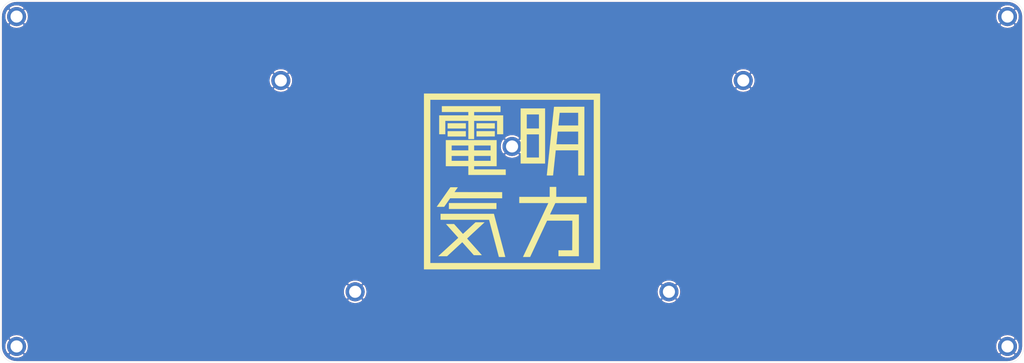
<source format=kicad_pcb>
(kicad_pcb (version 20171130) (host pcbnew 5.1.5)

  (general
    (thickness 1.6)
    (drawings 8)
    (tracks 0)
    (zones 0)
    (modules 10)
    (nets 2)
  )

  (page USLegal)
  (layers
    (0 F.Cu signal)
    (31 B.Cu signal)
    (32 B.Adhes user)
    (33 F.Adhes user hide)
    (34 B.Paste user)
    (35 F.Paste user)
    (36 B.SilkS user)
    (37 F.SilkS user)
    (38 B.Mask user hide)
    (39 F.Mask user hide)
    (40 Dwgs.User user hide)
    (41 Cmts.User user hide)
    (42 Eco1.User user)
    (43 Eco2.User user)
    (44 Edge.Cuts user)
    (45 Margin user)
    (46 B.CrtYd user)
    (47 F.CrtYd user hide)
    (48 B.Fab user hide)
    (49 F.Fab user)
  )

  (setup
    (last_trace_width 0.25)
    (trace_clearance 0.2)
    (zone_clearance 0.508)
    (zone_45_only no)
    (trace_min 0.2)
    (via_size 0.8)
    (via_drill 0.4)
    (via_min_size 0.4)
    (via_min_drill 0.3)
    (uvia_size 0.3)
    (uvia_drill 0.1)
    (uvias_allowed no)
    (uvia_min_size 0.2)
    (uvia_min_drill 0.1)
    (edge_width 0.05)
    (segment_width 0.2)
    (pcb_text_width 0.3)
    (pcb_text_size 1.5 1.5)
    (mod_edge_width 0.12)
    (mod_text_size 1 1)
    (mod_text_width 0.15)
    (pad_size 1.524 1.524)
    (pad_drill 0.762)
    (pad_to_mask_clearance 0.051)
    (solder_mask_min_width 0.25)
    (aux_axis_origin 0 0)
    (visible_elements FFFFFF7F)
    (pcbplotparams
      (layerselection 0x010fc_ffffffff)
      (usegerberextensions false)
      (usegerberattributes false)
      (usegerberadvancedattributes false)
      (creategerberjobfile false)
      (excludeedgelayer true)
      (linewidth 0.100000)
      (plotframeref false)
      (viasonmask false)
      (mode 1)
      (useauxorigin false)
      (hpglpennumber 1)
      (hpglpenspeed 20)
      (hpglpendiameter 15.000000)
      (psnegative false)
      (psa4output false)
      (plotreference true)
      (plotvalue true)
      (plotinvisibletext false)
      (padsonsilk false)
      (subtractmaskfromsilk true)
      (outputformat 1)
      (mirror false)
      (drillshape 0)
      (scaleselection 1)
      (outputdirectory "/home/krishna/doc/keyboards/61key/backplate/gerber"))
  )

  (net 0 "")
  (net 1 GND)

  (net_class Default "This is the default net class."
    (clearance 0.2)
    (trace_width 0.25)
    (via_dia 0.8)
    (via_drill 0.4)
    (uvia_dia 0.3)
    (uvia_drill 0.1)
    (add_net GND)
  )

  (module backplate:logo (layer F.Cu) (tedit 5EC18723) (tstamp 5EC1E161)
    (at 185.7375 109.5375)
    (fp_text reference G*** (at 0 0) (layer F.SilkS) hide
      (effects (font (size 1.524 1.524) (thickness 0.3)))
    )
    (fp_text value LOGO (at 0.75 0) (layer F.SilkS) hide
      (effects (font (size 1.524 1.524) (thickness 0.3)))
    )
    (fp_poly (pts (xy 25.4 25.375195) (xy -25.4 25.375195) (xy -25.4 -23.589258) (xy -23.564454 -23.589258)
      (xy -23.564454 23.539648) (xy 23.564453 23.539648) (xy 23.564453 -23.589258) (xy -23.564454 -23.589258)
      (xy -25.4 -23.589258) (xy -25.4 -25.4) (xy 25.4 -25.4) (xy 25.4 25.375195)) (layer F.SilkS) (width 0.01))
    (fp_poly (pts (xy -5.198252 9.456787) (xy -5.188708 9.492083) (xy -5.167055 9.573268) (xy -5.133842 9.698265)
      (xy -5.089618 9.864996) (xy -5.034932 10.071384) (xy -4.970335 10.31535) (xy -4.896374 10.594818)
      (xy -4.813601 10.907708) (xy -4.722563 11.251945) (xy -4.623811 11.625449) (xy -4.517893 12.026144)
      (xy -4.40536 12.451952) (xy -4.28676 12.900794) (xy -4.162643 13.370594) (xy -4.033558 13.859273)
      (xy -3.900055 14.364755) (xy -3.762683 14.884961) (xy -3.62199 15.417813) (xy -3.560594 15.650368)
      (xy -3.418952 16.186851) (xy -3.280556 16.710974) (xy -3.145943 17.220695) (xy -3.015655 17.713977)
      (xy -2.890229 18.188779) (xy -2.770206 18.643063) (xy -2.656124 19.074788) (xy -2.548522 19.481916)
      (xy -2.447939 19.862406) (xy -2.354916 20.214221) (xy -2.269991 20.535319) (xy -2.193702 20.823663)
      (xy -2.126591 21.077212) (xy -2.069195 21.293927) (xy -2.022053 21.471769) (xy -1.985706 21.608699)
      (xy -1.960692 21.702676) (xy -1.94755 21.751662) (xy -1.945641 21.758522) (xy -1.944073 21.770047)
      (xy -1.950472 21.77941) (xy -1.969419 21.786833) (xy -2.005496 21.792541) (xy -2.063285 21.796757)
      (xy -2.147366 21.799707) (xy -2.262321 21.801615) (xy -2.412732 21.802703) (xy -2.603179 21.803196)
      (xy -2.838244 21.803319) (xy -2.861599 21.80332) (xy -3.101594 21.803188) (xy -3.296685 21.802649)
      (xy -3.45158 21.801485) (xy -3.570984 21.79948) (xy -3.659603 21.796418) (xy -3.722143 21.792083)
      (xy -3.76331 21.786256) (xy -3.787811 21.778723) (xy -3.80035 21.769266) (xy -3.805012 21.759912)
      (xy -3.812498 21.732097) (xy -3.832014 21.658509) (xy -3.862977 21.541354) (xy -3.904807 21.38284)
      (xy -3.956924 21.185171) (xy -4.018746 20.950556) (xy -4.089693 20.6812) (xy -4.169183 20.379311)
      (xy -4.256636 20.047094) (xy -4.351471 19.686758) (xy -4.453107 19.300507) (xy -4.560963 18.890549)
      (xy -4.674458 18.459091) (xy -4.793012 18.008339) (xy -4.916043 17.5405) (xy -5.042971 17.05778)
      (xy -5.173215 16.562385) (xy -5.184378 16.519921) (xy -5.315225 16.022242) (xy -5.443002 15.536331)
      (xy -5.567113 15.064444) (xy -5.686966 14.608838) (xy -5.801966 14.171768) (xy -5.911519 13.755489)
      (xy -6.015031 13.362259) (xy -6.111907 12.994331) (xy -6.201553 12.653964) (xy -6.283376 12.343411)
      (xy -6.356781 12.064928) (xy -6.421175 11.820773) (xy -6.475962 11.6132) (xy -6.520549 11.444465)
      (xy -6.554341 11.316824) (xy -6.576745 11.232533) (xy -6.587167 11.193847) (xy -6.587373 11.193115)
      (xy -6.624238 11.06289) (xy -20.612696 11.06289) (xy -20.612696 9.326562) (xy -5.235175 9.326562)
      (xy -5.198252 9.456787)) (layer F.SilkS) (width 0.01))
    (fp_poly (pts (xy 12.749609 4.440039) (xy 21.505664 4.440039) (xy 21.505664 6.225843) (xy 16.990702 6.232111)
      (xy 12.475741 6.238378) (xy 11.707304 7.868981) (xy 11.581834 8.135396) (xy 11.462734 8.388615)
      (xy 11.351669 8.62508) (xy 11.250303 8.841232) (xy 11.1603 9.033512) (xy 11.083325 9.198362)
      (xy 11.02104 9.332221) (xy 10.975111 9.431532) (xy 10.947202 9.492736) (xy 10.938867 9.512292)
      (xy 10.963244 9.513666) (xy 11.034669 9.514999) (xy 11.150579 9.516282) (xy 11.308412 9.517509)
      (xy 11.505606 9.51867) (xy 11.739599 9.519759) (xy 12.007829 9.520768) (xy 12.307733 9.521688)
      (xy 12.63675 9.522512) (xy 12.992317 9.523232) (xy 13.371872 9.52384) (xy 13.772853 9.524329)
      (xy 14.192699 9.52469) (xy 14.628846 9.524916) (xy 15.078734 9.524999) (xy 15.106054 9.525)
      (xy 19.273242 9.525) (xy 19.273242 21.580078) (xy 13.394531 21.580078) (xy 13.394531 19.868554)
      (xy 17.355079 19.868554) (xy 17.371582 16.813466) (xy 17.373759 16.399837) (xy 17.375852 15.981316)
      (xy 17.377842 15.562724) (xy 17.379711 15.148881) (xy 17.38144 14.744605) (xy 17.383011 14.354717)
      (xy 17.384405 13.984036) (xy 17.385604 13.637383) (xy 17.386588 13.319577) (xy 17.38734 13.035438)
      (xy 17.387841 12.789785) (xy 17.388072 12.587439) (xy 17.388085 12.534657) (xy 17.388085 11.310937)
      (xy 10.104035 11.310937) (xy 7.660212 16.550927) (xy 5.21639 21.790917) (xy 4.180533 21.797393)
      (xy 3.918193 21.79876) (xy 3.701739 21.799217) (xy 3.527453 21.798676) (xy 3.391619 21.797045)
      (xy 3.290519 21.794235) (xy 3.220436 21.790155) (xy 3.177653 21.784716) (xy 3.158454 21.777828)
      (xy 3.156837 21.772588) (xy 3.168216 21.74803) (xy 3.199982 21.680224) (xy 3.251369 21.570796)
      (xy 3.321613 21.421371) (xy 3.409946 21.233575) (xy 3.515603 21.009034) (xy 3.63782 20.749374)
      (xy 3.775829 20.45622) (xy 3.928866 20.131199) (xy 4.096164 19.775935) (xy 4.276959 19.392055)
      (xy 4.470484 18.981184) (xy 4.675973 18.544948) (xy 4.892661 18.084973) (xy 5.119783 17.602884)
      (xy 5.356572 17.100308) (xy 5.602263 16.578869) (xy 5.85609 16.040194) (xy 6.117288 15.485909)
      (xy 6.38509 14.917638) (xy 6.658732 14.337008) (xy 6.818288 13.998467) (xy 7.094832 13.411671)
      (xy 7.365911 12.836386) (xy 7.630764 12.274232) (xy 7.888627 11.726831) (xy 8.138739 11.195804)
      (xy 8.380337 10.682772) (xy 8.612657 10.189355) (xy 8.834938 9.717176) (xy 9.046417 9.267854)
      (xy 9.246331 8.843011) (xy 9.433919 8.444268) (xy 9.608416 8.073246) (xy 9.769062 7.731566)
      (xy 9.915093 7.420849) (xy 10.045746 7.142716) (xy 10.16026 6.898788) (xy 10.257871 6.690685)
      (xy 10.337818 6.52003) (xy 10.399337 6.388443) (xy 10.441666 6.297545) (xy 10.464042 6.248957)
      (xy 10.467578 6.240801) (xy 10.443199 6.239203) (xy 10.371765 6.237652) (xy 10.255831 6.236159)
      (xy 10.097951 6.234732) (xy 9.90068 6.233379) (xy 9.666572 6.232111) (xy 9.398182 6.230937)
      (xy 9.098064 6.229864) (xy 8.768772 6.228903) (xy 8.412863 6.228062) (xy 8.032888 6.22735)
      (xy 7.631405 6.226777) (xy 7.210966 6.226351) (xy 6.774126 6.226081) (xy 6.323441 6.225977)
      (xy 6.275585 6.225976) (xy 2.083593 6.225976) (xy 2.083593 4.440039) (xy 10.864453 4.440039)
      (xy 10.864453 1.562695) (xy 12.749609 1.562695) (xy 12.749609 4.440039)) (layer F.SilkS) (width 0.01))
    (fp_poly (pts (xy -7.999989 11.85458) (xy -8.026933 11.879982) (xy -8.088113 11.937032) (xy -8.181337 12.023699)
      (xy -8.304414 12.137955) (xy -8.455153 12.277769) (xy -8.631364 12.44111) (xy -8.830854 12.625949)
      (xy -9.051433 12.830257) (xy -9.29091 13.052002) (xy -9.547094 13.289155) (xy -9.817794 13.539686)
      (xy -10.100819 13.801565) (xy -10.393976 14.072762) (xy -10.517188 14.186726) (xy -10.812481 14.46001)
      (xy -11.097564 14.72417) (xy -11.370329 14.977236) (xy -11.628669 15.217239) (xy -11.870476 15.44221)
      (xy -12.093641 15.65018) (xy -12.296057 15.839179) (xy -12.475615 16.007238) (xy -12.630207 16.152388)
      (xy -12.757727 16.27266) (xy -12.856064 16.366084) (xy -12.923113 16.430692) (xy -12.956764 16.464514)
      (xy -12.96045 16.469169) (xy -12.944233 16.490124) (xy -12.896887 16.545834) (xy -12.820368 16.634088)
      (xy -12.716632 16.752674) (xy -12.587634 16.899382) (xy -12.435332 17.072) (xy -12.26168 17.268319)
      (xy -12.068636 17.486126) (xy -11.858154 17.723211) (xy -11.632191 17.977363) (xy -11.392704 18.24637)
      (xy -11.141647 18.528023) (xy -10.880978 18.820109) (xy -10.839649 18.866388) (xy -10.577556 19.159931)
      (xy -10.324652 19.443356) (xy -10.082901 19.714454) (xy -9.854268 19.971013) (xy -9.640718 20.210823)
      (xy -9.444215 20.431674) (xy -9.266724 20.631355) (xy -9.11021 20.807656) (xy -8.976637 20.958367)
      (xy -8.867969 21.081276) (xy -8.786172 21.174175) (xy -8.73321 21.234851) (xy -8.711048 21.261095)
      (xy -8.710498 21.261935) (xy -8.732768 21.266039) (xy -8.799839 21.269608) (xy -8.906902 21.272583)
      (xy -9.049151 21.274901) (xy -9.221779 21.276504) (xy -9.419978 21.277329) (xy -9.638941 21.277317)
      (xy -9.863214 21.276467) (xy -11.024282 21.270019) (xy -12.627569 19.463358) (xy -12.855791 19.206266)
      (xy -13.075573 18.958836) (xy -13.284567 18.723705) (xy -13.480423 18.503507) (xy -13.660793 18.300878)
      (xy -13.823329 18.118453) (xy -13.965682 17.958867) (xy -14.085503 17.824756) (xy -14.180445 17.718756)
      (xy -14.248158 17.6435) (xy -14.286295 17.601625) (xy -14.292922 17.594631) (xy -14.354989 17.532564)
      (xy -18.731281 21.580078) (xy -21.293871 21.580078) (xy -21.219934 21.508681) (xy -21.193431 21.483965)
      (xy -21.132423 21.427618) (xy -21.038972 21.341533) (xy -20.915139 21.227603) (xy -20.762986 21.087722)
      (xy -20.584575 20.923784) (xy -20.381967 20.737681) (xy -20.157225 20.531307) (xy -19.91241 20.306556)
      (xy -19.649584 20.065321) (xy -19.370808 19.809496) (xy -19.078146 19.540974) (xy -18.773657 19.261648)
      (xy -18.459405 18.973413) (xy -18.380274 18.90084) (xy -18.064252 18.611003) (xy -17.757679 18.329808)
      (xy -17.462599 18.05913) (xy -17.181059 17.800847) (xy -16.915104 17.556837) (xy -16.666778 17.328976)
      (xy -16.438127 17.119142) (xy -16.231197 16.929211) (xy -16.048032 16.761062) (xy -15.890679 16.61657)
      (xy -15.761181 16.497613) (xy -15.661585 16.406069) (xy -15.593936 16.343814) (xy -15.560279 16.312725)
      (xy -15.557362 16.309992) (xy -15.500174 16.255588) (xy -17.203467 14.347569) (xy -17.439487 14.08323)
      (xy -17.667283 13.828195) (xy -17.884545 13.585047) (xy -18.088965 13.356363) (xy -18.278234 13.144725)
      (xy -18.450042 12.952713) (xy -18.602081 12.782905) (xy -18.732041 12.637884) (xy -18.837613 12.520227)
      (xy -18.916489 12.432516) (xy -18.96636 12.377331) (xy -18.983247 12.358935) (xy -19.059732 12.27832)
      (xy -16.72392 12.27832) (xy -15.4499 13.704506) (xy -15.247555 13.930751) (xy -15.054637 14.145937)
      (xy -14.873707 14.347237) (xy -14.707329 14.531825) (xy -14.558065 14.696873) (xy -14.428478 14.839555)
      (xy -14.321131 14.957043) (xy -14.238586 15.04651) (xy -14.183406 15.10513) (xy -14.158155 15.130076)
      (xy -14.156938 15.130776) (xy -14.136493 15.114265) (xy -14.082211 15.066224) (xy -13.996566 14.988926)
      (xy -13.882031 14.884645) (xy -13.741081 14.755654) (xy -13.576188 14.604227) (xy -13.389826 14.432636)
      (xy -13.184468 14.243155) (xy -12.962589 14.038058) (xy -12.726661 13.819617) (xy -12.479158 13.590107)
      (xy -12.335291 13.456542) (xy -10.532586 11.782226) (xy -7.926052 11.782226) (xy -7.999989 11.85458)) (layer F.SilkS) (width 0.01))
    (fp_poly (pts (xy -4.489649 7.9375) (xy -18.206641 7.9375) (xy -18.206641 6.225976) (xy -4.489649 6.225976)
      (xy -4.489649 7.9375)) (layer F.SilkS) (width 0.01))
    (fp_poly (pts (xy -16.477803 1.662106) (xy -16.268159 1.662656) (xy -16.079621 1.663524) (xy -15.91723 1.664668)
      (xy -15.786027 1.666049) (xy -15.691051 1.667625) (xy -15.637345 1.669358) (xy -15.626954 1.670556)
      (xy -15.640656 1.692177) (xy -15.679582 1.749673) (xy -15.74046 1.83831) (xy -15.820018 1.953354)
      (xy -15.914984 2.090071) (xy -16.022087 2.243728) (xy -16.111244 2.371289) (xy -16.595534 3.063378)
      (xy -9.724037 3.069624) (xy -2.85254 3.075869) (xy -2.85254 4.836914) (xy -10.349756 4.837764)
      (xy -17.846973 4.838615) (xy -18.705791 6.071797) (xy -19.564608 7.30498) (xy -20.648383 7.311443)
      (xy -20.916663 7.312788) (xy -21.138968 7.313279) (xy -21.318928 7.312831) (xy -21.460171 7.31136)
      (xy -21.566326 7.308781) (xy -21.641021 7.305009) (xy -21.687887 7.29996) (xy -21.710551 7.29355)
      (xy -21.713311 7.286638) (xy -21.697075 7.262921) (xy -21.654034 7.200916) (xy -21.585831 7.102979)
      (xy -21.49411 6.971461) (xy -21.380518 6.808718) (xy -21.246697 6.617102) (xy -21.094294 6.398968)
      (xy -20.924952 6.156668) (xy -20.740315 5.892557) (xy -20.542029 5.608988) (xy -20.331738 5.308315)
      (xy -20.111087 4.992891) (xy -19.88172 4.665069) (xy -19.737267 4.458642) (xy -17.78007 1.661914)
      (xy -16.703512 1.661914) (xy -16.477803 1.662106)) (layer F.SilkS) (width 0.01))
    (fp_poly (pts (xy 20.860742 -1.735702) (xy 19.973974 -1.742216) (xy 19.087207 -1.748731) (xy 19.080923 -5.376417)
      (xy 19.074639 -9.004102) (xy 15.83771 -9.004102) (xy 15.441313 -9.004001) (xy 15.058848 -9.003705)
      (xy 14.693222 -9.003227) (xy 14.347341 -9.002578) (xy 14.024112 -9.001771) (xy 13.726443 -9.000818)
      (xy 13.45724 -8.999731) (xy 13.219411 -8.998522) (xy 13.015863 -8.997203) (xy 12.849503 -8.995787)
      (xy 12.723237 -8.994285) (xy 12.639973 -8.99271) (xy 12.602619 -8.991073) (xy 12.600781 -8.990617)
      (xy 12.598184 -8.964824) (xy 12.590588 -8.892456) (xy 12.578288 -8.776266) (xy 12.561578 -8.619005)
      (xy 12.540751 -8.423426) (xy 12.516102 -8.192279) (xy 12.487923 -7.928318) (xy 12.45651 -7.634294)
      (xy 12.422155 -7.312958) (xy 12.385154 -6.967063) (xy 12.345799 -6.599361) (xy 12.304385 -6.212603)
      (xy 12.261205 -5.809541) (xy 12.216554 -5.392927) (xy 12.216308 -5.39063) (xy 12.171622 -4.973556)
      (xy 12.128408 -4.569771) (xy 12.086961 -4.182048) (xy 12.047575 -3.813161) (xy 12.010543 -3.465882)
      (xy 11.976162 -3.142983) (xy 11.944725 -2.847237) (xy 11.916526 -2.581418) (xy 11.89186 -2.348297)
      (xy 11.871023 -2.150647) (xy 11.854307 -1.991241) (xy 11.842007 -1.872853) (xy 11.834419 -1.798253)
      (xy 11.831835 -1.770229) (xy 11.824571 -1.761193) (xy 11.799902 -1.753853) (xy 11.753516 -1.748048)
      (xy 11.6811 -1.743615) (xy 11.57834 -1.740394) (xy 11.440923 -1.738223) (xy 11.264535 -1.73694)
      (xy 11.044865 -1.736385) (xy 10.926464 -1.736329) (xy 10.688588 -1.736522) (xy 10.495735 -1.737233)
      (xy 10.343318 -1.738654) (xy 10.226752 -1.740978) (xy 10.141451 -1.744399) (xy 10.082829 -1.74911)
      (xy 10.0463 -1.755304) (xy 10.027278 -1.763176) (xy 10.021177 -1.772918) (xy 10.021093 -1.774509)
      (xy 10.023674 -1.801613) (xy 10.031298 -1.87639) (xy 10.043792 -1.99718) (xy 10.060981 -2.162322)
      (xy 10.082689 -2.370156) (xy 10.108743 -2.61902) (xy 10.138966 -2.907255) (xy 10.173184 -3.233199)
      (xy 10.211223 -3.595191) (xy 10.252907 -3.991572) (xy 10.298061 -4.420681) (xy 10.346511 -4.880856)
      (xy 10.398082 -5.370437) (xy 10.4526 -5.887764) (xy 10.509888 -6.431176) (xy 10.569772 -6.999011)
      (xy 10.632078 -7.589611) (xy 10.696631 -8.201313) (xy 10.763255 -8.832457) (xy 10.831777 -9.481383)
      (xy 10.90202 -10.14643) (xy 10.969222 -10.78252) (xy 12.799218 -10.78252) (xy 12.801487 -10.776349)
      (xy 12.809977 -10.770811) (xy 12.827214 -10.76587) (xy 12.855725 -10.761493) (xy 12.898037 -10.757645)
      (xy 12.956676 -10.754294) (xy 13.034168 -10.751405) (xy 13.133039 -10.748944) (xy 13.255816 -10.746877)
      (xy 13.405025 -10.745171) (xy 13.583192 -10.743791) (xy 13.792845 -10.742704) (xy 14.036509 -10.741876)
      (xy 14.316711 -10.741273) (xy 14.635976 -10.74086) (xy 14.996832 -10.740605) (xy 15.401805 -10.740473)
      (xy 15.85342 -10.740431) (xy 15.937011 -10.74043) (xy 19.074804 -10.74043) (xy 19.074804 -14.411524)
      (xy 13.173537 -14.411524) (xy 13.160431 -14.330909) (xy 13.155685 -14.292633) (xy 13.146561 -14.210476)
      (xy 13.133555 -14.08931) (xy 13.117163 -13.934009) (xy 13.097881 -13.749448) (xy 13.076205 -13.5405)
      (xy 13.052632 -13.31204) (xy 13.027658 -13.068941) (xy 13.001779 -12.816077) (xy 12.97549 -12.558322)
      (xy 12.949289 -12.300551) (xy 12.92367 -12.047636) (xy 12.899132 -11.804452) (xy 12.876168 -11.575873)
      (xy 12.855277 -11.366773) (xy 12.836953 -11.182026) (xy 12.821693 -11.026506) (xy 12.809994 -10.905086)
      (xy 12.802351 -10.82264) (xy 12.79926 -10.784043) (xy 12.799218 -10.78252) (xy 10.969222 -10.78252)
      (xy 10.97381 -10.825937) (xy 11.046973 -11.518244) (xy 11.06289 -11.668837) (xy 11.136317 -12.363574)
      (xy 11.208409 -13.045821) (xy 11.278992 -13.71392) (xy 11.347892 -14.366212) (xy 11.414932 -15.001038)
      (xy 11.47994 -15.616742) (xy 11.542738 -16.211663) (xy 11.544511 -16.228467) (xy 13.369485 -16.228467)
      (xy 13.369726 -16.172657) (xy 19.074804 -16.172657) (xy 19.074804 -19.84375) (xy 13.742742 -19.84375)
      (xy 13.730853 -19.78794) (xy 13.726236 -19.753497) (xy 13.717221 -19.674582) (xy 13.704305 -19.556092)
      (xy 13.687985 -19.402922) (xy 13.668758 -19.219968) (xy 13.647122 -19.012127) (xy 13.623573 -18.784293)
      (xy 13.598609 -18.541363) (xy 13.572725 -18.288233) (xy 13.546421 -18.029798) (xy 13.520192 -17.770954)
      (xy 13.494535 -17.516598) (xy 13.469948 -17.271625) (xy 13.446928 -17.040931) (xy 13.425971 -16.829411)
      (xy 13.407575 -16.641963) (xy 13.392237 -16.483481) (xy 13.380454 -16.358861) (xy 13.372722 -16.273)
      (xy 13.36954 -16.230792) (xy 13.369485 -16.228467) (xy 11.544511 -16.228467) (xy 11.603154 -16.784145)
      (xy 11.661012 -17.332528) (xy 11.716137 -17.855154) (xy 11.768355 -18.350366) (xy 11.817491 -18.816505)
      (xy 11.863369 -19.251912) (xy 11.905816 -19.65493) (xy 11.944656 -20.023899) (xy 11.979715 -20.357163)
      (xy 12.010817 -20.653061) (xy 12.037789 -20.909937) (xy 12.060454 -21.126132) (xy 12.078639 -21.299987)
      (xy 12.092169 -21.429845) (xy 12.100869 -21.514047) (xy 12.104563 -21.550934) (xy 12.104687 -21.552531)
      (xy 12.11955 -21.556245) (xy 12.16501 -21.559654) (xy 12.24237 -21.562767) (xy 12.352934 -21.565593)
      (xy 12.498006 -21.56814) (xy 12.678889 -21.570415) (xy 12.896888 -21.572428) (xy 13.153307 -21.574185)
      (xy 13.449449 -21.575697) (xy 13.786619 -21.57697) (xy 14.16612 -21.578013) (xy 14.589255 -21.578834)
      (xy 15.05733 -21.579441) (xy 15.571648 -21.579843) (xy 16.133512 -21.580047) (xy 16.482714 -21.580079)
      (xy 20.860742 -21.580079) (xy 20.860742 -1.735702)) (layer F.SilkS) (width 0.01))
    (fp_poly (pts (xy -4.44004 -4.415235) (xy -10.938868 -4.415235) (xy -10.938868 -3.497594) (xy -6.381006 -3.491326)
      (xy -1.823145 -3.485059) (xy -1.810055 -1.885157) (xy -12.600782 -1.885157) (xy -12.600782 -4.415235)
      (xy -19.09961 -4.415235) (xy -19.09961 -7.391797) (xy -17.412891 -7.391797) (xy -17.412891 -5.97793)
      (xy -12.600782 -5.97793) (xy -12.600782 -7.391797) (xy -10.938868 -7.391797) (xy -10.938868 -5.97793)
      (xy -6.176368 -5.97793) (xy -6.176368 -7.391797) (xy -10.938868 -7.391797) (xy -12.600782 -7.391797)
      (xy -17.412891 -7.391797) (xy -19.09961 -7.391797) (xy -19.09961 -10.393165) (xy -17.412891 -10.393165)
      (xy -17.412891 -8.979297) (xy -12.600782 -8.979297) (xy -12.600782 -10.393165) (xy -10.938868 -10.393165)
      (xy -10.938868 -8.979297) (xy -6.176368 -8.979297) (xy -6.176368 -10.393165) (xy -10.938868 -10.393165)
      (xy -12.600782 -10.393165) (xy -17.412891 -10.393165) (xy -19.09961 -10.393165) (xy -19.09961 -11.95586)
      (xy -4.44004 -11.95586) (xy -4.44004 -4.415235)) (layer F.SilkS) (width 0.01))
    (fp_poly (pts (xy 9.525 -5.18418) (xy 2.480468 -5.18418) (xy 2.480468 -13.617774) (xy 4.241601 -13.617774)
      (xy 4.241601 -6.920508) (xy 7.763867 -6.920508) (xy 7.763867 -13.617774) (xy 4.241601 -13.617774)
      (xy 2.480468 -13.617774) (xy 2.480468 -19.372461) (xy 4.241601 -19.372461) (xy 4.241601 -15.304493)
      (xy 7.763867 -15.304493) (xy 7.763867 -19.372461) (xy 4.241601 -19.372461) (xy 2.480468 -19.372461)
      (xy 2.480468 -21.10879) (xy 9.525 -21.10879) (xy 9.525 -5.18418)) (layer F.SilkS) (width 0.01))
    (fp_poly (pts (xy -3.323829 -20.066993) (xy -10.938868 -20.066993) (xy -10.938868 -19.09961) (xy -2.554883 -19.09961)
      (xy -2.554883 -13.642579) (xy -4.316016 -13.642579) (xy -4.316016 -17.51211) (xy -10.938868 -17.51211)
      (xy -10.938868 -12.253516) (xy -12.600782 -12.253516) (xy -12.600782 -17.51211) (xy -19.248438 -17.51211)
      (xy -19.248438 -13.642579) (xy -21.009571 -13.642579) (xy -21.009571 -19.09961) (xy -12.600782 -19.09961)
      (xy -12.600782 -20.066993) (xy -20.240625 -20.066993) (xy -20.240625 -21.753711) (xy -3.323829 -21.753711)
      (xy -3.323829 -20.066993)) (layer F.SilkS) (width 0.01))
    (fp_poly (pts (xy -13.320118 -12.997657) (xy -18.578711 -12.997657) (xy -18.578711 -14.535547) (xy -13.320118 -14.535547)
      (xy -13.320118 -12.997657)) (layer F.SilkS) (width 0.01))
    (fp_poly (pts (xy -4.966781 -13.772803) (xy -4.97334 -13.010059) (xy -10.244336 -12.997431) (xy -10.244336 -14.535547)
      (xy -4.960221 -14.535547) (xy -4.966781 -13.772803)) (layer F.SilkS) (width 0.01))
    (fp_poly (pts (xy -13.320118 -15.304493) (xy -18.578711 -15.304493) (xy -18.578711 -16.817579) (xy -13.320118 -16.817579)
      (xy -13.320118 -15.304493)) (layer F.SilkS) (width 0.01))
    (fp_poly (pts (xy -4.960938 -15.304493) (xy -10.244336 -15.304493) (xy -10.244336 -16.817579) (xy -4.960938 -16.817579)
      (xy -4.960938 -15.304493)) (layer F.SilkS) (width 0.01))
  )

  (module backplate:sound_mounting_hole (layer F.Cu) (tedit 5EC05B46) (tstamp 5EC1C24C)
    (at 119.062588 80.36712)
    (descr "Mounting Hole 3.5mm")
    (tags "mounting hole 3.5mm")
    (path /5EC17967)
    (attr virtual)
    (fp_text reference J3 (at 0 -4.5) (layer F.SilkS) hide
      (effects (font (size 1 1) (thickness 0.15)))
    )
    (fp_text value Conn_01x01_Male (at 0 4.5) (layer F.Fab) hide
      (effects (font (size 1 1) (thickness 0.15)))
    )
    (fp_text user %R (at 0.3 0) (layer F.Fab) hide
      (effects (font (size 1 1) (thickness 0.15)))
    )
    (fp_circle (center 0 0) (end 3.5 0) (layer Cmts.User) (width 0.15))
    (fp_circle (center 0 0) (end 3.75 0) (layer F.CrtYd) (width 0.05))
    (pad 1 thru_hole circle (at 0 0) (size 5.5 5.5) (drill 3.5) (layers *.Cu *.Mask)
      (net 1 GND))
  )

  (module backplate:sound_mounting_hole (layer F.Cu) (tedit 5EC05B46) (tstamp 5EC1C264)
    (at 140.494104 141.387075)
    (descr "Mounting Hole 3.5mm")
    (tags "mounting hole 3.5mm")
    (path /5EC18051)
    (attr virtual)
    (fp_text reference J6 (at 0 -4.5) (layer F.SilkS) hide
      (effects (font (size 1 1) (thickness 0.15)))
    )
    (fp_text value Conn_01x01_Male (at 0 4.5) (layer F.Fab) hide
      (effects (font (size 1 1) (thickness 0.15)))
    )
    (fp_text user %R (at 0.3 0) (layer F.Fab) hide
      (effects (font (size 1 1) (thickness 0.15)))
    )
    (fp_circle (center 0 0) (end 3.5 0) (layer Cmts.User) (width 0.15))
    (fp_circle (center 0 0) (end 3.75 0) (layer F.CrtYd) (width 0.05))
    (pad 1 thru_hole circle (at 0 0) (size 5.5 5.5) (drill 3.5) (layers *.Cu *.Mask)
      (net 1 GND))
  )

  (module backplate:sound_mounting_hole (layer F.Cu) (tedit 5EC05B46) (tstamp 5EC1C244)
    (at 42.862608 157.162896)
    (descr "Mounting Hole 3.5mm")
    (tags "mounting hole 3.5mm")
    (path /5EC1820D)
    (attr virtual)
    (fp_text reference J2 (at 0 -4.5) (layer F.SilkS) hide
      (effects (font (size 1 1) (thickness 0.15)))
    )
    (fp_text value Conn_01x01_Male (at 0 4.5) (layer F.Fab) hide
      (effects (font (size 1 1) (thickness 0.15)))
    )
    (fp_text user %R (at 0.3 0) (layer F.Fab) hide
      (effects (font (size 1 1) (thickness 0.15)))
    )
    (fp_circle (center 0 0) (end 3.5 0) (layer Cmts.User) (width 0.15))
    (fp_circle (center 0 0) (end 3.75 0) (layer F.CrtYd) (width 0.05))
    (pad 1 thru_hole circle (at 0 0) (size 5.5 5.5) (drill 3.5) (layers *.Cu *.Mask)
      (net 1 GND))
  )

  (module backplate:sound_mounting_hole (layer F.Cu) (tedit 5EC05B46) (tstamp 5EC1C27C)
    (at 230.981832 141.387075)
    (descr "Mounting Hole 3.5mm")
    (tags "mounting hole 3.5mm")
    (path /5EC182D3)
    (attr virtual)
    (fp_text reference J9 (at 0 -4.5) (layer F.SilkS) hide
      (effects (font (size 1 1) (thickness 0.15)))
    )
    (fp_text value Conn_01x01_Male (at 0 4.5) (layer F.Fab) hide
      (effects (font (size 1 1) (thickness 0.15)))
    )
    (fp_text user %R (at 0.3 0) (layer F.Fab) hide
      (effects (font (size 1 1) (thickness 0.15)))
    )
    (fp_circle (center 0 0) (end 3.5 0) (layer Cmts.User) (width 0.15))
    (fp_circle (center 0 0) (end 3.75 0) (layer F.CrtYd) (width 0.05))
    (pad 1 thru_hole circle (at 0 0) (size 5.5 5.5) (drill 3.5) (layers *.Cu *.Mask)
      (net 1 GND))
  )

  (module backplate:sound_mounting_hole (layer F.Cu) (tedit 5EC05B46) (tstamp 5EC1C274)
    (at 328.613328 157.162896)
    (descr "Mounting Hole 3.5mm")
    (tags "mounting hole 3.5mm")
    (path /5EC183AD)
    (attr virtual)
    (fp_text reference J8 (at 0 -4.5) (layer F.SilkS) hide
      (effects (font (size 1 1) (thickness 0.15)))
    )
    (fp_text value Conn_01x01_Male (at 0 4.5) (layer F.Fab) hide
      (effects (font (size 1 1) (thickness 0.15)))
    )
    (fp_circle (center 0 0) (end 3.75 0) (layer F.CrtYd) (width 0.05))
    (fp_circle (center 0 0) (end 3.5 0) (layer Cmts.User) (width 0.15))
    (fp_text user %R (at 0.3 0) (layer F.Fab) hide
      (effects (font (size 1 1) (thickness 0.15)))
    )
    (pad 1 thru_hole circle (at 0 0) (size 5.5 5.5) (drill 3.5) (layers *.Cu *.Mask)
      (net 1 GND))
  )

  (module backplate:sound_mounting_hole (layer F.Cu) (tedit 5EC05B46) (tstamp 5EC1C26C)
    (at 328.6125 61.9125)
    (descr "Mounting Hole 3.5mm")
    (tags "mounting hole 3.5mm")
    (path /5EC184BF)
    (attr virtual)
    (fp_text reference J7 (at 0 -4.5) (layer F.SilkS) hide
      (effects (font (size 1 1) (thickness 0.15)))
    )
    (fp_text value Conn_01x01_Male (at 0 4.5) (layer F.Fab) hide
      (effects (font (size 1 1) (thickness 0.15)))
    )
    (fp_text user %R (at 0.3 0) (layer F.Fab) hide
      (effects (font (size 1 1) (thickness 0.15)))
    )
    (fp_circle (center 0 0) (end 3.5 0) (layer Cmts.User) (width 0.15))
    (fp_circle (center 0 0) (end 3.75 0) (layer F.CrtYd) (width 0.05))
    (pad 1 thru_hole circle (at 0 0) (size 5.5 5.5) (drill 3.5) (layers *.Cu *.Mask)
      (net 1 GND))
  )

  (module backplate:sound_mounting_hole (layer F.Cu) (tedit 5EC05B46) (tstamp 5EC1C25C)
    (at 252.413136 80.36739)
    (descr "Mounting Hole 3.5mm")
    (tags "mounting hole 3.5mm")
    (path /5EC17D01)
    (attr virtual)
    (fp_text reference J5 (at 0 -4.5) (layer F.SilkS) hide
      (effects (font (size 1 1) (thickness 0.15)))
    )
    (fp_text value Conn_01x01_Male (at 0 4.5) (layer F.Fab) hide
      (effects (font (size 1 1) (thickness 0.15)))
    )
    (fp_text user %R (at 0.3 0) (layer F.Fab) hide
      (effects (font (size 1 1) (thickness 0.15)))
    )
    (fp_circle (center 0 0) (end 3.5 0) (layer Cmts.User) (width 0.15))
    (fp_circle (center 0 0) (end 3.75 0) (layer F.CrtYd) (width 0.05))
    (pad 1 thru_hole circle (at 0 0) (size 5.5 5.5) (drill 3.5) (layers *.Cu *.Mask)
      (net 1 GND))
  )

  (module backplate:sound_mounting_hole (layer F.Cu) (tedit 5EC05B46) (tstamp 5EC1C254)
    (at 185.737968 99.417438)
    (descr "Mounting Hole 3.5mm")
    (tags "mounting hole 3.5mm")
    (path /5EC17B25)
    (attr virtual)
    (fp_text reference J4 (at 0 -4.5) (layer F.SilkS) hide
      (effects (font (size 1 1) (thickness 0.15)))
    )
    (fp_text value Conn_01x01_Male (at 0 4.5) (layer F.Fab) hide
      (effects (font (size 1 1) (thickness 0.15)))
    )
    (fp_text user %R (at 0.3 0) (layer F.Fab) hide
      (effects (font (size 1 1) (thickness 0.15)))
    )
    (fp_circle (center 0 0) (end 3.5 0) (layer Cmts.User) (width 0.15))
    (fp_circle (center 0 0) (end 3.75 0) (layer F.CrtYd) (width 0.05))
    (pad 1 thru_hole circle (at 0 0) (size 5.5 5.5) (drill 3.5) (layers *.Cu *.Mask)
      (net 1 GND))
  )

  (module backplate:sound_mounting_hole (layer F.Cu) (tedit 5EC05B46) (tstamp 5EC1C23C)
    (at 42.862608 61.912656)
    (descr "Mounting Hole 3.5mm")
    (tags "mounting hole 3.5mm")
    (path /5EB515EA)
    (attr virtual)
    (fp_text reference J1 (at 0 -4.5) (layer F.SilkS) hide
      (effects (font (size 1 1) (thickness 0.15)))
    )
    (fp_text value Conn_01x01_Male (at 0 4.5) (layer F.Fab) hide
      (effects (font (size 1 1) (thickness 0.15)))
    )
    (fp_text user %R (at 0.3 0) (layer F.Fab) hide
      (effects (font (size 1 1) (thickness 0.15)))
    )
    (fp_circle (center 0 0) (end 3.5 0) (layer Cmts.User) (width 0.15))
    (fp_circle (center 0 0) (end 3.75 0) (layer F.CrtYd) (width 0.05))
    (pad 1 thru_hole circle (at 0 0) (size 5.5 5.5) (drill 3.5) (layers *.Cu *.Mask)
      (net 1 GND))
  )

  (gr_arc (start 42.8625 61.9125) (end 42.8625 57.15) (angle -90) (layer Edge.Cuts) (width 0.05))
  (gr_arc (start 42.8625 157.1625) (end 38.1 157.1625) (angle -90) (layer Edge.Cuts) (width 0.05))
  (gr_arc (start 328.6125 157.1625) (end 328.6125 161.925) (angle -90) (layer Edge.Cuts) (width 0.05))
  (gr_arc (start 328.6125 61.9125) (end 333.375 61.9125) (angle -90) (layer Edge.Cuts) (width 0.05))
  (gr_line (start 42.8625 57.15) (end 328.6125 57.15) (layer Edge.Cuts) (width 0.05) (tstamp 5EB4A9CB))
  (gr_line (start 333.375 157.1625) (end 333.375 61.9125) (layer Edge.Cuts) (width 0.05))
  (gr_line (start 42.8625 161.925) (end 328.6125 161.925) (layer Edge.Cuts) (width 0.05))
  (gr_line (start 38.1 61.9125) (end 38.1 157.1625) (layer Edge.Cuts) (width 0.05))

  (zone (net 1) (net_name GND) (layer F.Cu) (tstamp 5EC1E18C) (hatch edge 0.508)
    (connect_pads (clearance 0.508))
    (min_thickness 0.254)
    (fill yes (arc_segments 32) (thermal_gap 0.508) (thermal_bridge_width 0.508))
    (polygon
      (pts
        (xy 333.375 161.925) (xy 38.1 161.925) (xy 38.1 57.15) (xy 333.375 57.15)
      )
    )
    (filled_polygon
      (pts
        (xy 329.359612 57.881431) (xy 330.081709 58.085082) (xy 330.754595 58.416913) (xy 331.35575 58.865816) (xy 331.865026 59.416748)
        (xy 332.265378 60.051267) (xy 332.543392 60.748115) (xy 332.692306 61.496754) (xy 332.715001 61.92981) (xy 332.715 157.132244)
        (xy 332.643569 157.909612) (xy 332.439918 158.631709) (xy 332.108086 159.304597) (xy 331.659184 159.90575) (xy 331.108252 160.415026)
        (xy 330.473733 160.815378) (xy 329.776884 161.093392) (xy 329.028246 161.242306) (xy 328.595209 161.265) (xy 42.892756 161.265)
        (xy 42.115388 161.193569) (xy 41.393291 160.989918) (xy 40.720403 160.658086) (xy 40.11925 160.209184) (xy 39.609974 159.658252)
        (xy 39.537776 159.543824) (xy 40.661285 159.543824) (xy 40.967467 159.987399) (xy 41.554914 160.30285) (xy 42.192616 160.497636)
        (xy 42.856065 160.564268) (xy 43.519766 160.500188) (xy 44.158213 160.307858) (xy 44.74687 159.994668) (xy 44.757749 159.987399)
        (xy 45.063931 159.543824) (xy 326.412005 159.543824) (xy 326.718187 159.987399) (xy 327.305634 160.30285) (xy 327.943336 160.497636)
        (xy 328.606785 160.564268) (xy 329.270486 160.500188) (xy 329.908933 160.307858) (xy 330.49759 159.994668) (xy 330.508469 159.987399)
        (xy 330.814651 159.543824) (xy 328.613328 157.342501) (xy 326.412005 159.543824) (xy 45.063931 159.543824) (xy 42.862608 157.342501)
        (xy 40.661285 159.543824) (xy 39.537776 159.543824) (xy 39.209622 159.023733) (xy 38.931608 158.326884) (xy 38.782694 157.578246)
        (xy 38.760585 157.156353) (xy 39.461236 157.156353) (xy 39.525316 157.820054) (xy 39.717646 158.458501) (xy 40.030836 159.047158)
        (xy 40.038105 159.058037) (xy 40.48168 159.364219) (xy 42.683003 157.162896) (xy 43.042213 157.162896) (xy 45.243536 159.364219)
        (xy 45.687111 159.058037) (xy 46.002562 158.47059) (xy 46.197348 157.832888) (xy 46.26398 157.169439) (xy 46.262717 157.156353)
        (xy 325.211956 157.156353) (xy 325.276036 157.820054) (xy 325.468366 158.458501) (xy 325.781556 159.047158) (xy 325.788825 159.058037)
        (xy 326.2324 159.364219) (xy 328.433723 157.162896) (xy 328.792933 157.162896) (xy 330.994256 159.364219) (xy 331.437831 159.058037)
        (xy 331.753282 158.47059) (xy 331.948068 157.832888) (xy 332.0147 157.169439) (xy 331.95062 156.505738) (xy 331.75829 155.867291)
        (xy 331.4451 155.278634) (xy 331.437831 155.267755) (xy 330.994256 154.961573) (xy 328.792933 157.162896) (xy 328.433723 157.162896)
        (xy 326.2324 154.961573) (xy 325.788825 155.267755) (xy 325.473374 155.855202) (xy 325.278588 156.492904) (xy 325.211956 157.156353)
        (xy 46.262717 157.156353) (xy 46.1999 156.505738) (xy 46.00757 155.867291) (xy 45.69438 155.278634) (xy 45.687111 155.267755)
        (xy 45.243536 154.961573) (xy 43.042213 157.162896) (xy 42.683003 157.162896) (xy 40.48168 154.961573) (xy 40.038105 155.267755)
        (xy 39.722654 155.855202) (xy 39.527868 156.492904) (xy 39.461236 157.156353) (xy 38.760585 157.156353) (xy 38.76 157.145209)
        (xy 38.76 154.781968) (xy 40.661285 154.781968) (xy 42.862608 156.983291) (xy 45.063931 154.781968) (xy 326.412005 154.781968)
        (xy 328.613328 156.983291) (xy 330.814651 154.781968) (xy 330.508469 154.338393) (xy 329.921022 154.022942) (xy 329.28332 153.828156)
        (xy 328.619871 153.761524) (xy 327.95617 153.825604) (xy 327.317723 154.017934) (xy 326.729066 154.331124) (xy 326.718187 154.338393)
        (xy 326.412005 154.781968) (xy 45.063931 154.781968) (xy 44.757749 154.338393) (xy 44.170302 154.022942) (xy 43.5326 153.828156)
        (xy 42.869151 153.761524) (xy 42.20545 153.825604) (xy 41.567003 154.017934) (xy 40.978346 154.331124) (xy 40.967467 154.338393)
        (xy 40.661285 154.781968) (xy 38.76 154.781968) (xy 38.76 143.768003) (xy 138.292781 143.768003) (xy 138.598963 144.211578)
        (xy 139.18641 144.527029) (xy 139.824112 144.721815) (xy 140.487561 144.788447) (xy 141.151262 144.724367) (xy 141.789709 144.532037)
        (xy 142.378366 144.218847) (xy 142.389245 144.211578) (xy 142.695427 143.768003) (xy 228.780509 143.768003) (xy 229.086691 144.211578)
        (xy 229.674138 144.527029) (xy 230.31184 144.721815) (xy 230.975289 144.788447) (xy 231.63899 144.724367) (xy 232.277437 144.532037)
        (xy 232.866094 144.218847) (xy 232.876973 144.211578) (xy 233.183155 143.768003) (xy 230.981832 141.56668) (xy 228.780509 143.768003)
        (xy 142.695427 143.768003) (xy 140.494104 141.56668) (xy 138.292781 143.768003) (xy 38.76 143.768003) (xy 38.76 141.380532)
        (xy 137.092732 141.380532) (xy 137.156812 142.044233) (xy 137.349142 142.68268) (xy 137.662332 143.271337) (xy 137.669601 143.282216)
        (xy 138.113176 143.588398) (xy 140.314499 141.387075) (xy 140.673709 141.387075) (xy 142.875032 143.588398) (xy 143.318607 143.282216)
        (xy 143.634058 142.694769) (xy 143.828844 142.057067) (xy 143.895476 141.393618) (xy 143.894213 141.380532) (xy 227.58046 141.380532)
        (xy 227.64454 142.044233) (xy 227.83687 142.68268) (xy 228.15006 143.271337) (xy 228.157329 143.282216) (xy 228.600904 143.588398)
        (xy 230.802227 141.387075) (xy 231.161437 141.387075) (xy 233.36276 143.588398) (xy 233.806335 143.282216) (xy 234.121786 142.694769)
        (xy 234.316572 142.057067) (xy 234.383204 141.393618) (xy 234.319124 140.729917) (xy 234.126794 140.09147) (xy 233.813604 139.502813)
        (xy 233.806335 139.491934) (xy 233.36276 139.185752) (xy 231.161437 141.387075) (xy 230.802227 141.387075) (xy 228.600904 139.185752)
        (xy 228.157329 139.491934) (xy 227.841878 140.079381) (xy 227.647092 140.717083) (xy 227.58046 141.380532) (xy 143.894213 141.380532)
        (xy 143.831396 140.729917) (xy 143.639066 140.09147) (xy 143.325876 139.502813) (xy 143.318607 139.491934) (xy 142.875032 139.185752)
        (xy 140.673709 141.387075) (xy 140.314499 141.387075) (xy 138.113176 139.185752) (xy 137.669601 139.491934) (xy 137.35415 140.079381)
        (xy 137.159364 140.717083) (xy 137.092732 141.380532) (xy 38.76 141.380532) (xy 38.76 139.006147) (xy 138.292781 139.006147)
        (xy 140.494104 141.20747) (xy 142.695427 139.006147) (xy 228.780509 139.006147) (xy 230.981832 141.20747) (xy 233.183155 139.006147)
        (xy 232.876973 138.562572) (xy 232.289526 138.247121) (xy 231.651824 138.052335) (xy 230.988375 137.985703) (xy 230.324674 138.049783)
        (xy 229.686227 138.242113) (xy 229.09757 138.555303) (xy 229.086691 138.562572) (xy 228.780509 139.006147) (xy 142.695427 139.006147)
        (xy 142.389245 138.562572) (xy 141.801798 138.247121) (xy 141.164096 138.052335) (xy 140.500647 137.985703) (xy 139.836946 138.049783)
        (xy 139.198499 138.242113) (xy 138.609842 138.555303) (xy 138.598963 138.562572) (xy 138.292781 139.006147) (xy 38.76 139.006147)
        (xy 38.76 101.798366) (xy 183.536645 101.798366) (xy 183.842827 102.241941) (xy 184.430274 102.557392) (xy 185.067976 102.752178)
        (xy 185.731425 102.81881) (xy 186.395126 102.75473) (xy 187.033573 102.5624) (xy 187.62223 102.24921) (xy 187.633109 102.241941)
        (xy 187.939291 101.798366) (xy 185.737968 99.597043) (xy 183.536645 101.798366) (xy 38.76 101.798366) (xy 38.76 99.410895)
        (xy 182.336596 99.410895) (xy 182.400676 100.074596) (xy 182.593006 100.713043) (xy 182.906196 101.3017) (xy 182.913465 101.312579)
        (xy 183.35704 101.618761) (xy 185.558363 99.417438) (xy 185.917573 99.417438) (xy 188.118896 101.618761) (xy 188.562471 101.312579)
        (xy 188.877922 100.725132) (xy 189.072708 100.08743) (xy 189.13934 99.423981) (xy 189.07526 98.76028) (xy 188.88293 98.121833)
        (xy 188.56974 97.533176) (xy 188.562471 97.522297) (xy 188.118896 97.216115) (xy 185.917573 99.417438) (xy 185.558363 99.417438)
        (xy 183.35704 97.216115) (xy 182.913465 97.522297) (xy 182.598014 98.109744) (xy 182.403228 98.747446) (xy 182.336596 99.410895)
        (xy 38.76 99.410895) (xy 38.76 97.03651) (xy 183.536645 97.03651) (xy 185.737968 99.237833) (xy 187.939291 97.03651)
        (xy 187.633109 96.592935) (xy 187.045662 96.277484) (xy 186.40796 96.082698) (xy 185.744511 96.016066) (xy 185.08081 96.080146)
        (xy 184.442363 96.272476) (xy 183.853706 96.585666) (xy 183.842827 96.592935) (xy 183.536645 97.03651) (xy 38.76 97.03651)
        (xy 38.76 82.748048) (xy 116.861265 82.748048) (xy 117.167447 83.191623) (xy 117.754894 83.507074) (xy 118.392596 83.70186)
        (xy 119.056045 83.768492) (xy 119.719746 83.704412) (xy 120.358193 83.512082) (xy 120.94685 83.198892) (xy 120.957729 83.191623)
        (xy 121.263724 82.748318) (xy 250.211813 82.748318) (xy 250.517995 83.191893) (xy 251.105442 83.507344) (xy 251.743144 83.70213)
        (xy 252.406593 83.768762) (xy 253.070294 83.704682) (xy 253.708741 83.512352) (xy 254.297398 83.199162) (xy 254.308277 83.191893)
        (xy 254.614459 82.748318) (xy 252.413136 80.546995) (xy 250.211813 82.748318) (xy 121.263724 82.748318) (xy 121.263911 82.748048)
        (xy 119.062588 80.546725) (xy 116.861265 82.748048) (xy 38.76 82.748048) (xy 38.76 80.360577) (xy 115.661216 80.360577)
        (xy 115.725296 81.024278) (xy 115.917626 81.662725) (xy 116.230816 82.251382) (xy 116.238085 82.262261) (xy 116.68166 82.568443)
        (xy 118.882983 80.36712) (xy 119.242193 80.36712) (xy 121.443516 82.568443) (xy 121.887091 82.262261) (xy 122.202542 81.674814)
        (xy 122.397328 81.037112) (xy 122.46396 80.373663) (xy 122.462723 80.360847) (xy 249.011764 80.360847) (xy 249.075844 81.024548)
        (xy 249.268174 81.662995) (xy 249.581364 82.251652) (xy 249.588633 82.262531) (xy 250.032208 82.568713) (xy 252.233531 80.36739)
        (xy 252.592741 80.36739) (xy 254.794064 82.568713) (xy 255.237639 82.262531) (xy 255.55309 81.675084) (xy 255.747876 81.037382)
        (xy 255.814508 80.373933) (xy 255.750428 79.710232) (xy 255.558098 79.071785) (xy 255.244908 78.483128) (xy 255.237639 78.472249)
        (xy 254.794064 78.166067) (xy 252.592741 80.36739) (xy 252.233531 80.36739) (xy 250.032208 78.166067) (xy 249.588633 78.472249)
        (xy 249.273182 79.059696) (xy 249.078396 79.697398) (xy 249.011764 80.360847) (xy 122.462723 80.360847) (xy 122.39988 79.709962)
        (xy 122.20755 79.071515) (xy 121.89436 78.482858) (xy 121.887091 78.471979) (xy 121.443516 78.165797) (xy 119.242193 80.36712)
        (xy 118.882983 80.36712) (xy 116.68166 78.165797) (xy 116.238085 78.471979) (xy 115.922634 79.059426) (xy 115.727848 79.697128)
        (xy 115.661216 80.360577) (xy 38.76 80.360577) (xy 38.76 77.986192) (xy 116.861265 77.986192) (xy 119.062588 80.187515)
        (xy 121.263641 77.986462) (xy 250.211813 77.986462) (xy 252.413136 80.187785) (xy 254.614459 77.986462) (xy 254.308277 77.542887)
        (xy 253.72083 77.227436) (xy 253.083128 77.03265) (xy 252.419679 76.966018) (xy 251.755978 77.030098) (xy 251.117531 77.222428)
        (xy 250.528874 77.535618) (xy 250.517995 77.542887) (xy 250.211813 77.986462) (xy 121.263641 77.986462) (xy 121.263911 77.986192)
        (xy 120.957729 77.542617) (xy 120.370282 77.227166) (xy 119.73258 77.03238) (xy 119.069131 76.965748) (xy 118.40543 77.029828)
        (xy 117.766983 77.222158) (xy 117.178326 77.535348) (xy 117.167447 77.542617) (xy 116.861265 77.986192) (xy 38.76 77.986192)
        (xy 38.76 64.293584) (xy 40.661285 64.293584) (xy 40.967467 64.737159) (xy 41.554914 65.05261) (xy 42.192616 65.247396)
        (xy 42.856065 65.314028) (xy 43.519766 65.249948) (xy 44.158213 65.057618) (xy 44.74687 64.744428) (xy 44.757749 64.737159)
        (xy 45.063931 64.293584) (xy 45.063775 64.293428) (xy 326.411177 64.293428) (xy 326.717359 64.737003) (xy 327.304806 65.052454)
        (xy 327.942508 65.24724) (xy 328.605957 65.313872) (xy 329.269658 65.249792) (xy 329.908105 65.057462) (xy 330.496762 64.744272)
        (xy 330.507641 64.737003) (xy 330.813823 64.293428) (xy 328.6125 62.092105) (xy 326.411177 64.293428) (xy 45.063775 64.293428)
        (xy 42.862608 62.092261) (xy 40.661285 64.293584) (xy 38.76 64.293584) (xy 38.76 61.942756) (xy 38.763367 61.906113)
        (xy 39.461236 61.906113) (xy 39.525316 62.569814) (xy 39.717646 63.208261) (xy 40.030836 63.796918) (xy 40.038105 63.807797)
        (xy 40.48168 64.113979) (xy 42.683003 61.912656) (xy 43.042213 61.912656) (xy 45.243536 64.113979) (xy 45.687111 63.807797)
        (xy 46.002562 63.22035) (xy 46.197348 62.582648) (xy 46.26398 61.919199) (xy 46.262702 61.905957) (xy 325.211128 61.905957)
        (xy 325.275208 62.569658) (xy 325.467538 63.208105) (xy 325.780728 63.796762) (xy 325.787997 63.807641) (xy 326.231572 64.113823)
        (xy 328.432895 61.9125) (xy 328.792105 61.9125) (xy 330.993428 64.113823) (xy 331.437003 63.807641) (xy 331.752454 63.220194)
        (xy 331.94724 62.582492) (xy 332.013872 61.919043) (xy 331.949792 61.255342) (xy 331.757462 60.616895) (xy 331.444272 60.028238)
        (xy 331.437003 60.017359) (xy 330.993428 59.711177) (xy 328.792105 61.9125) (xy 328.432895 61.9125) (xy 326.231572 59.711177)
        (xy 325.787997 60.017359) (xy 325.472546 60.604806) (xy 325.27776 61.242508) (xy 325.211128 61.905957) (xy 46.262702 61.905957)
        (xy 46.1999 61.255498) (xy 46.00757 60.617051) (xy 45.69438 60.028394) (xy 45.687111 60.017515) (xy 45.243536 59.711333)
        (xy 43.042213 61.912656) (xy 42.683003 61.912656) (xy 40.48168 59.711333) (xy 40.038105 60.017515) (xy 39.722654 60.604962)
        (xy 39.527868 61.242664) (xy 39.461236 61.906113) (xy 38.763367 61.906113) (xy 38.831431 61.165388) (xy 39.035082 60.443291)
        (xy 39.366913 59.770405) (xy 39.545141 59.531728) (xy 40.661285 59.531728) (xy 42.862608 61.733051) (xy 45.063931 59.531728)
        (xy 45.063824 59.531572) (xy 326.411177 59.531572) (xy 328.6125 61.732895) (xy 330.813823 59.531572) (xy 330.507641 59.087997)
        (xy 329.920194 58.772546) (xy 329.282492 58.57776) (xy 328.619043 58.511128) (xy 327.955342 58.575208) (xy 327.316895 58.767538)
        (xy 326.728238 59.080728) (xy 326.717359 59.087997) (xy 326.411177 59.531572) (xy 45.063824 59.531572) (xy 44.757749 59.088153)
        (xy 44.170302 58.772702) (xy 43.5326 58.577916) (xy 42.869151 58.511284) (xy 42.20545 58.575364) (xy 41.567003 58.767694)
        (xy 40.978346 59.080884) (xy 40.967467 59.088153) (xy 40.661285 59.531728) (xy 39.545141 59.531728) (xy 39.815816 59.16925)
        (xy 40.366748 58.659974) (xy 41.001267 58.259622) (xy 41.698115 57.981608) (xy 42.446754 57.832694) (xy 42.879791 57.81)
        (xy 328.582244 57.81)
      )
    )
  )
  (zone (net 1) (net_name GND) (layer B.Cu) (tstamp 5EC1E189) (hatch edge 0.508)
    (connect_pads (clearance 0.508))
    (min_thickness 0.254)
    (fill yes (arc_segments 32) (thermal_gap 0.508) (thermal_bridge_width 0.508))
    (polygon
      (pts
        (xy 333.375 161.925) (xy 38.1 161.925) (xy 38.1 57.15) (xy 333.375 57.15)
      )
    )
    (filled_polygon
      (pts
        (xy 329.359612 57.881431) (xy 330.081709 58.085082) (xy 330.754595 58.416913) (xy 331.35575 58.865816) (xy 331.865026 59.416748)
        (xy 332.265378 60.051267) (xy 332.543392 60.748115) (xy 332.692306 61.496754) (xy 332.715001 61.92981) (xy 332.715 157.132244)
        (xy 332.643569 157.909612) (xy 332.439918 158.631709) (xy 332.108086 159.304597) (xy 331.659184 159.90575) (xy 331.108252 160.415026)
        (xy 330.473733 160.815378) (xy 329.776884 161.093392) (xy 329.028246 161.242306) (xy 328.595209 161.265) (xy 42.892756 161.265)
        (xy 42.115388 161.193569) (xy 41.393291 160.989918) (xy 40.720403 160.658086) (xy 40.11925 160.209184) (xy 39.609974 159.658252)
        (xy 39.537776 159.543824) (xy 40.661285 159.543824) (xy 40.967467 159.987399) (xy 41.554914 160.30285) (xy 42.192616 160.497636)
        (xy 42.856065 160.564268) (xy 43.519766 160.500188) (xy 44.158213 160.307858) (xy 44.74687 159.994668) (xy 44.757749 159.987399)
        (xy 45.063931 159.543824) (xy 326.412005 159.543824) (xy 326.718187 159.987399) (xy 327.305634 160.30285) (xy 327.943336 160.497636)
        (xy 328.606785 160.564268) (xy 329.270486 160.500188) (xy 329.908933 160.307858) (xy 330.49759 159.994668) (xy 330.508469 159.987399)
        (xy 330.814651 159.543824) (xy 328.613328 157.342501) (xy 326.412005 159.543824) (xy 45.063931 159.543824) (xy 42.862608 157.342501)
        (xy 40.661285 159.543824) (xy 39.537776 159.543824) (xy 39.209622 159.023733) (xy 38.931608 158.326884) (xy 38.782694 157.578246)
        (xy 38.760585 157.156353) (xy 39.461236 157.156353) (xy 39.525316 157.820054) (xy 39.717646 158.458501) (xy 40.030836 159.047158)
        (xy 40.038105 159.058037) (xy 40.48168 159.364219) (xy 42.683003 157.162896) (xy 43.042213 157.162896) (xy 45.243536 159.364219)
        (xy 45.687111 159.058037) (xy 46.002562 158.47059) (xy 46.197348 157.832888) (xy 46.26398 157.169439) (xy 46.262717 157.156353)
        (xy 325.211956 157.156353) (xy 325.276036 157.820054) (xy 325.468366 158.458501) (xy 325.781556 159.047158) (xy 325.788825 159.058037)
        (xy 326.2324 159.364219) (xy 328.433723 157.162896) (xy 328.792933 157.162896) (xy 330.994256 159.364219) (xy 331.437831 159.058037)
        (xy 331.753282 158.47059) (xy 331.948068 157.832888) (xy 332.0147 157.169439) (xy 331.95062 156.505738) (xy 331.75829 155.867291)
        (xy 331.4451 155.278634) (xy 331.437831 155.267755) (xy 330.994256 154.961573) (xy 328.792933 157.162896) (xy 328.433723 157.162896)
        (xy 326.2324 154.961573) (xy 325.788825 155.267755) (xy 325.473374 155.855202) (xy 325.278588 156.492904) (xy 325.211956 157.156353)
        (xy 46.262717 157.156353) (xy 46.1999 156.505738) (xy 46.00757 155.867291) (xy 45.69438 155.278634) (xy 45.687111 155.267755)
        (xy 45.243536 154.961573) (xy 43.042213 157.162896) (xy 42.683003 157.162896) (xy 40.48168 154.961573) (xy 40.038105 155.267755)
        (xy 39.722654 155.855202) (xy 39.527868 156.492904) (xy 39.461236 157.156353) (xy 38.760585 157.156353) (xy 38.76 157.145209)
        (xy 38.76 154.781968) (xy 40.661285 154.781968) (xy 42.862608 156.983291) (xy 45.063931 154.781968) (xy 326.412005 154.781968)
        (xy 328.613328 156.983291) (xy 330.814651 154.781968) (xy 330.508469 154.338393) (xy 329.921022 154.022942) (xy 329.28332 153.828156)
        (xy 328.619871 153.761524) (xy 327.95617 153.825604) (xy 327.317723 154.017934) (xy 326.729066 154.331124) (xy 326.718187 154.338393)
        (xy 326.412005 154.781968) (xy 45.063931 154.781968) (xy 44.757749 154.338393) (xy 44.170302 154.022942) (xy 43.5326 153.828156)
        (xy 42.869151 153.761524) (xy 42.20545 153.825604) (xy 41.567003 154.017934) (xy 40.978346 154.331124) (xy 40.967467 154.338393)
        (xy 40.661285 154.781968) (xy 38.76 154.781968) (xy 38.76 143.768003) (xy 138.292781 143.768003) (xy 138.598963 144.211578)
        (xy 139.18641 144.527029) (xy 139.824112 144.721815) (xy 140.487561 144.788447) (xy 141.151262 144.724367) (xy 141.789709 144.532037)
        (xy 142.378366 144.218847) (xy 142.389245 144.211578) (xy 142.695427 143.768003) (xy 228.780509 143.768003) (xy 229.086691 144.211578)
        (xy 229.674138 144.527029) (xy 230.31184 144.721815) (xy 230.975289 144.788447) (xy 231.63899 144.724367) (xy 232.277437 144.532037)
        (xy 232.866094 144.218847) (xy 232.876973 144.211578) (xy 233.183155 143.768003) (xy 230.981832 141.56668) (xy 228.780509 143.768003)
        (xy 142.695427 143.768003) (xy 140.494104 141.56668) (xy 138.292781 143.768003) (xy 38.76 143.768003) (xy 38.76 141.380532)
        (xy 137.092732 141.380532) (xy 137.156812 142.044233) (xy 137.349142 142.68268) (xy 137.662332 143.271337) (xy 137.669601 143.282216)
        (xy 138.113176 143.588398) (xy 140.314499 141.387075) (xy 140.673709 141.387075) (xy 142.875032 143.588398) (xy 143.318607 143.282216)
        (xy 143.634058 142.694769) (xy 143.828844 142.057067) (xy 143.895476 141.393618) (xy 143.894213 141.380532) (xy 227.58046 141.380532)
        (xy 227.64454 142.044233) (xy 227.83687 142.68268) (xy 228.15006 143.271337) (xy 228.157329 143.282216) (xy 228.600904 143.588398)
        (xy 230.802227 141.387075) (xy 231.161437 141.387075) (xy 233.36276 143.588398) (xy 233.806335 143.282216) (xy 234.121786 142.694769)
        (xy 234.316572 142.057067) (xy 234.383204 141.393618) (xy 234.319124 140.729917) (xy 234.126794 140.09147) (xy 233.813604 139.502813)
        (xy 233.806335 139.491934) (xy 233.36276 139.185752) (xy 231.161437 141.387075) (xy 230.802227 141.387075) (xy 228.600904 139.185752)
        (xy 228.157329 139.491934) (xy 227.841878 140.079381) (xy 227.647092 140.717083) (xy 227.58046 141.380532) (xy 143.894213 141.380532)
        (xy 143.831396 140.729917) (xy 143.639066 140.09147) (xy 143.325876 139.502813) (xy 143.318607 139.491934) (xy 142.875032 139.185752)
        (xy 140.673709 141.387075) (xy 140.314499 141.387075) (xy 138.113176 139.185752) (xy 137.669601 139.491934) (xy 137.35415 140.079381)
        (xy 137.159364 140.717083) (xy 137.092732 141.380532) (xy 38.76 141.380532) (xy 38.76 139.006147) (xy 138.292781 139.006147)
        (xy 140.494104 141.20747) (xy 142.695427 139.006147) (xy 228.780509 139.006147) (xy 230.981832 141.20747) (xy 233.183155 139.006147)
        (xy 232.876973 138.562572) (xy 232.289526 138.247121) (xy 231.651824 138.052335) (xy 230.988375 137.985703) (xy 230.324674 138.049783)
        (xy 229.686227 138.242113) (xy 229.09757 138.555303) (xy 229.086691 138.562572) (xy 228.780509 139.006147) (xy 142.695427 139.006147)
        (xy 142.389245 138.562572) (xy 141.801798 138.247121) (xy 141.164096 138.052335) (xy 140.500647 137.985703) (xy 139.836946 138.049783)
        (xy 139.198499 138.242113) (xy 138.609842 138.555303) (xy 138.598963 138.562572) (xy 138.292781 139.006147) (xy 38.76 139.006147)
        (xy 38.76 101.798366) (xy 183.536645 101.798366) (xy 183.842827 102.241941) (xy 184.430274 102.557392) (xy 185.067976 102.752178)
        (xy 185.731425 102.81881) (xy 186.395126 102.75473) (xy 187.033573 102.5624) (xy 187.62223 102.24921) (xy 187.633109 102.241941)
        (xy 187.939291 101.798366) (xy 185.737968 99.597043) (xy 183.536645 101.798366) (xy 38.76 101.798366) (xy 38.76 99.410895)
        (xy 182.336596 99.410895) (xy 182.400676 100.074596) (xy 182.593006 100.713043) (xy 182.906196 101.3017) (xy 182.913465 101.312579)
        (xy 183.35704 101.618761) (xy 185.558363 99.417438) (xy 185.917573 99.417438) (xy 188.118896 101.618761) (xy 188.562471 101.312579)
        (xy 188.877922 100.725132) (xy 189.072708 100.08743) (xy 189.13934 99.423981) (xy 189.07526 98.76028) (xy 188.88293 98.121833)
        (xy 188.56974 97.533176) (xy 188.562471 97.522297) (xy 188.118896 97.216115) (xy 185.917573 99.417438) (xy 185.558363 99.417438)
        (xy 183.35704 97.216115) (xy 182.913465 97.522297) (xy 182.598014 98.109744) (xy 182.403228 98.747446) (xy 182.336596 99.410895)
        (xy 38.76 99.410895) (xy 38.76 97.03651) (xy 183.536645 97.03651) (xy 185.737968 99.237833) (xy 187.939291 97.03651)
        (xy 187.633109 96.592935) (xy 187.045662 96.277484) (xy 186.40796 96.082698) (xy 185.744511 96.016066) (xy 185.08081 96.080146)
        (xy 184.442363 96.272476) (xy 183.853706 96.585666) (xy 183.842827 96.592935) (xy 183.536645 97.03651) (xy 38.76 97.03651)
        (xy 38.76 82.748048) (xy 116.861265 82.748048) (xy 117.167447 83.191623) (xy 117.754894 83.507074) (xy 118.392596 83.70186)
        (xy 119.056045 83.768492) (xy 119.719746 83.704412) (xy 120.358193 83.512082) (xy 120.94685 83.198892) (xy 120.957729 83.191623)
        (xy 121.263724 82.748318) (xy 250.211813 82.748318) (xy 250.517995 83.191893) (xy 251.105442 83.507344) (xy 251.743144 83.70213)
        (xy 252.406593 83.768762) (xy 253.070294 83.704682) (xy 253.708741 83.512352) (xy 254.297398 83.199162) (xy 254.308277 83.191893)
        (xy 254.614459 82.748318) (xy 252.413136 80.546995) (xy 250.211813 82.748318) (xy 121.263724 82.748318) (xy 121.263911 82.748048)
        (xy 119.062588 80.546725) (xy 116.861265 82.748048) (xy 38.76 82.748048) (xy 38.76 80.360577) (xy 115.661216 80.360577)
        (xy 115.725296 81.024278) (xy 115.917626 81.662725) (xy 116.230816 82.251382) (xy 116.238085 82.262261) (xy 116.68166 82.568443)
        (xy 118.882983 80.36712) (xy 119.242193 80.36712) (xy 121.443516 82.568443) (xy 121.887091 82.262261) (xy 122.202542 81.674814)
        (xy 122.397328 81.037112) (xy 122.46396 80.373663) (xy 122.462723 80.360847) (xy 249.011764 80.360847) (xy 249.075844 81.024548)
        (xy 249.268174 81.662995) (xy 249.581364 82.251652) (xy 249.588633 82.262531) (xy 250.032208 82.568713) (xy 252.233531 80.36739)
        (xy 252.592741 80.36739) (xy 254.794064 82.568713) (xy 255.237639 82.262531) (xy 255.55309 81.675084) (xy 255.747876 81.037382)
        (xy 255.814508 80.373933) (xy 255.750428 79.710232) (xy 255.558098 79.071785) (xy 255.244908 78.483128) (xy 255.237639 78.472249)
        (xy 254.794064 78.166067) (xy 252.592741 80.36739) (xy 252.233531 80.36739) (xy 250.032208 78.166067) (xy 249.588633 78.472249)
        (xy 249.273182 79.059696) (xy 249.078396 79.697398) (xy 249.011764 80.360847) (xy 122.462723 80.360847) (xy 122.39988 79.709962)
        (xy 122.20755 79.071515) (xy 121.89436 78.482858) (xy 121.887091 78.471979) (xy 121.443516 78.165797) (xy 119.242193 80.36712)
        (xy 118.882983 80.36712) (xy 116.68166 78.165797) (xy 116.238085 78.471979) (xy 115.922634 79.059426) (xy 115.727848 79.697128)
        (xy 115.661216 80.360577) (xy 38.76 80.360577) (xy 38.76 77.986192) (xy 116.861265 77.986192) (xy 119.062588 80.187515)
        (xy 121.263641 77.986462) (xy 250.211813 77.986462) (xy 252.413136 80.187785) (xy 254.614459 77.986462) (xy 254.308277 77.542887)
        (xy 253.72083 77.227436) (xy 253.083128 77.03265) (xy 252.419679 76.966018) (xy 251.755978 77.030098) (xy 251.117531 77.222428)
        (xy 250.528874 77.535618) (xy 250.517995 77.542887) (xy 250.211813 77.986462) (xy 121.263641 77.986462) (xy 121.263911 77.986192)
        (xy 120.957729 77.542617) (xy 120.370282 77.227166) (xy 119.73258 77.03238) (xy 119.069131 76.965748) (xy 118.40543 77.029828)
        (xy 117.766983 77.222158) (xy 117.178326 77.535348) (xy 117.167447 77.542617) (xy 116.861265 77.986192) (xy 38.76 77.986192)
        (xy 38.76 64.293584) (xy 40.661285 64.293584) (xy 40.967467 64.737159) (xy 41.554914 65.05261) (xy 42.192616 65.247396)
        (xy 42.856065 65.314028) (xy 43.519766 65.249948) (xy 44.158213 65.057618) (xy 44.74687 64.744428) (xy 44.757749 64.737159)
        (xy 45.063931 64.293584) (xy 45.063775 64.293428) (xy 326.411177 64.293428) (xy 326.717359 64.737003) (xy 327.304806 65.052454)
        (xy 327.942508 65.24724) (xy 328.605957 65.313872) (xy 329.269658 65.249792) (xy 329.908105 65.057462) (xy 330.496762 64.744272)
        (xy 330.507641 64.737003) (xy 330.813823 64.293428) (xy 328.6125 62.092105) (xy 326.411177 64.293428) (xy 45.063775 64.293428)
        (xy 42.862608 62.092261) (xy 40.661285 64.293584) (xy 38.76 64.293584) (xy 38.76 61.942756) (xy 38.763367 61.906113)
        (xy 39.461236 61.906113) (xy 39.525316 62.569814) (xy 39.717646 63.208261) (xy 40.030836 63.796918) (xy 40.038105 63.807797)
        (xy 40.48168 64.113979) (xy 42.683003 61.912656) (xy 43.042213 61.912656) (xy 45.243536 64.113979) (xy 45.687111 63.807797)
        (xy 46.002562 63.22035) (xy 46.197348 62.582648) (xy 46.26398 61.919199) (xy 46.262702 61.905957) (xy 325.211128 61.905957)
        (xy 325.275208 62.569658) (xy 325.467538 63.208105) (xy 325.780728 63.796762) (xy 325.787997 63.807641) (xy 326.231572 64.113823)
        (xy 328.432895 61.9125) (xy 328.792105 61.9125) (xy 330.993428 64.113823) (xy 331.437003 63.807641) (xy 331.752454 63.220194)
        (xy 331.94724 62.582492) (xy 332.013872 61.919043) (xy 331.949792 61.255342) (xy 331.757462 60.616895) (xy 331.444272 60.028238)
        (xy 331.437003 60.017359) (xy 330.993428 59.711177) (xy 328.792105 61.9125) (xy 328.432895 61.9125) (xy 326.231572 59.711177)
        (xy 325.787997 60.017359) (xy 325.472546 60.604806) (xy 325.27776 61.242508) (xy 325.211128 61.905957) (xy 46.262702 61.905957)
        (xy 46.1999 61.255498) (xy 46.00757 60.617051) (xy 45.69438 60.028394) (xy 45.687111 60.017515) (xy 45.243536 59.711333)
        (xy 43.042213 61.912656) (xy 42.683003 61.912656) (xy 40.48168 59.711333) (xy 40.038105 60.017515) (xy 39.722654 60.604962)
        (xy 39.527868 61.242664) (xy 39.461236 61.906113) (xy 38.763367 61.906113) (xy 38.831431 61.165388) (xy 39.035082 60.443291)
        (xy 39.366913 59.770405) (xy 39.545141 59.531728) (xy 40.661285 59.531728) (xy 42.862608 61.733051) (xy 45.063931 59.531728)
        (xy 45.063824 59.531572) (xy 326.411177 59.531572) (xy 328.6125 61.732895) (xy 330.813823 59.531572) (xy 330.507641 59.087997)
        (xy 329.920194 58.772546) (xy 329.282492 58.57776) (xy 328.619043 58.511128) (xy 327.955342 58.575208) (xy 327.316895 58.767538)
        (xy 326.728238 59.080728) (xy 326.717359 59.087997) (xy 326.411177 59.531572) (xy 45.063824 59.531572) (xy 44.757749 59.088153)
        (xy 44.170302 58.772702) (xy 43.5326 58.577916) (xy 42.869151 58.511284) (xy 42.20545 58.575364) (xy 41.567003 58.767694)
        (xy 40.978346 59.080884) (xy 40.967467 59.088153) (xy 40.661285 59.531728) (xy 39.545141 59.531728) (xy 39.815816 59.16925)
        (xy 40.366748 58.659974) (xy 41.001267 58.259622) (xy 41.698115 57.981608) (xy 42.446754 57.832694) (xy 42.879791 57.81)
        (xy 328.582244 57.81)
      )
    )
  )
)

</source>
